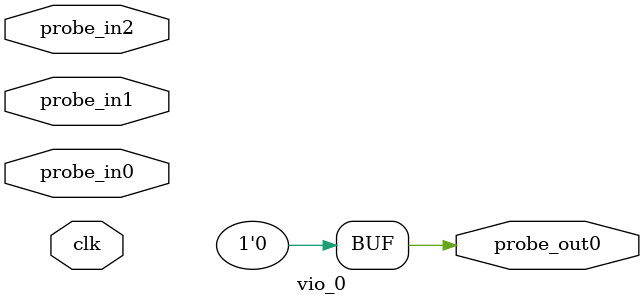
<source format=v>
`timescale 1ns / 1ps
module vio_0 (
clk,
probe_in0,probe_in1,probe_in2,
probe_out0
);

input clk;
input [7 : 0] probe_in0;
input [7 : 0] probe_in1;
input [8 : 0] probe_in2;

output reg [0 : 0] probe_out0 = 'h0 ;


endmodule

</source>
